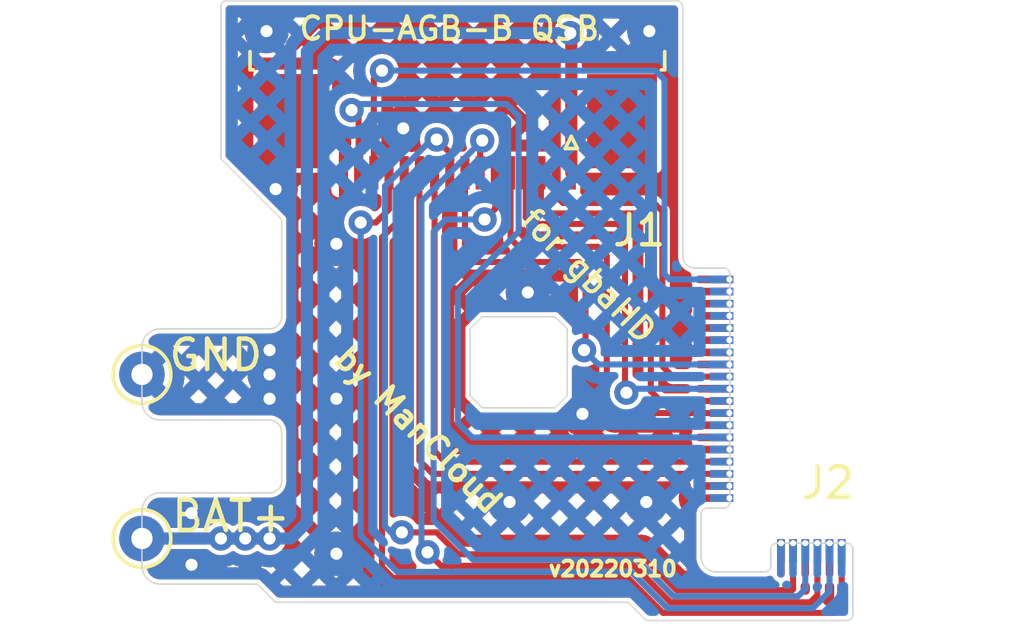
<source format=kicad_pcb>
(kicad_pcb (version 20211014) (generator pcbnew)
  (layers (0 "F.Cu" signal) (31 "B.Cu" signal) (34 "B.Paste" user) (35 "F.Paste" user) (36 "B.SilkS" user "B.Silkscreen") (37 "F.SilkS" user "F.Silkscreen") (38 "B.Mask" user) (39 "F.Mask" user) (44 "Edge.Cuts" user))
  (net 0 "")
  (net 1 "VCC")
  (net 2 "GND")
  (net 3 "/GBA_RESET")
  (net 4 "/GBA_CLK")
  (net 5 "/GBA_AUD_R")
  (net 6 "/GBA_AUD_L")
  (net 7 "/GBA_SELECT")
  (net 8 "/GBA_START")
  (net 9 "/GBA_R")
  (net 10 "/GBA_L")
  (net 11 "/GBA_B")
  (net 12 "/GBA_A")
  (net 13 "/GBA_RIGHT")
  (net 14 "/GBA_LEFT")
  (net 15 "/GBA_DOWN")
  (net 16 "/GBA_UP")
  (footprint "TestPoint:TestPoint_THTPad_D1.5mm_Drill0.7mm" (layer "F.Cu") (at 94.7316 92.7276)
    (fp_text reference "BAT+" (at 2.930299 -0.735) (layer "F.SilkS"))
    (fp_text value "Conn_01x01")
    (fp_circle (center 0 0) (end 0 0.95) (layer "F.SilkS") (width 0.12) (fill none))
    (pad "1" thru_hole circle locked (at 0 0) (size 1.5 1.5) (drill 0.7) (layers *.Cu *.Mask) (net 1 "VCC"))
  )
  (footprint "TestPoint:TestPoint_THTPad_D1.5mm_Drill0.7mm" (layer "F.Cu") (at 94.7316 87.3276)
    (fp_text reference "GND" (at 2.430299 -0.635) (layer "F.SilkS"))
    (fp_text value "Conn_01x01")
    (fp_circle (center 0 0) (end 0 0.95) (layer "F.SilkS") (width 0.12) (fill none))
    (pad "1" thru_hole circle locked (at 0 0) (size 1.5 1.5) (drill 0.7) (layers *.Cu *.Mask) (net 2 "GND"))
  )
  (footprint "Connector_FFC-FPC:TE_1-1734839-6_1x16-1MP_P0.5mm_Horizontal" (layer "F.Cu") (at 105.114 79.3408 180)
    (fp_text reference "J1" (at -5.9856 -3.2473) (layer "F.SilkS"))
    (fp_text value "Conn_01x16")
    (fp_line (start -3.95 -0.55) (end -3.75 -0.15) (layer "F.SilkS") (width 0.12))
    (fp_line (start -3.75 -0.15) (end -3.55 -0.55) (layer "F.SilkS") (width 0.12))
    (fp_line (start -3.55 -0.55) (end -3.95 -0.55) (layer "F.SilkS") (width 0.12))
    (fp_line (start -6.715 2.04) (end -6.825 2.04) (layer "F.SilkS") (width 0.12))
    (fp_line (start 6.825 2.04) (end 6.825 2.64) (layer "F.SilkS") (width 0.12))
    (fp_line (start 6.715 2.04) (end 6.825 2.04) (layer "F.SilkS") (width 0.12))
    (fp_line (start -6.825 2.04) (end -6.825 2.64) (layer "F.SilkS") (width 0.12))
    (pad "1" smd rect (at -3.75 -1.35 180) (size 0.3 1.1) (layers "F.Cu" "F.Paste" "F.Mask") (net 1 "VCC"))
    (pad "2" smd rect (at -3.25 -1.35 180) (size 0.3 1.1) (layers "F.Cu" "F.Paste" "F.Mask") (net 16 "/GBA_UP"))
    (pad "3" smd rect (at -2.75 -1.35 180) (size 0.3 1.1) (layers "F.Cu" "F.Paste" "F.Mask") (net 15 "/GBA_DOWN"))
    (pad "4" smd rect (at -2.25 -1.35 180) (size 0.3 1.1) (layers "F.Cu" "F.Paste" "F.Mask") (net 14 "/GBA_LEFT"))
    (pad "5" smd rect (at -1.75 -1.35 180) (size 0.3 1.1) (layers "F.Cu" "F.Paste" "F.Mask") (net 13 "/GBA_RIGHT"))
    (pad "6" smd rect (at -1.25 -1.35 180) (size 0.3 1.1) (layers "F.Cu" "F.Paste" "F.Mask") (net 12 "/GBA_A"))
    (pad "7" smd rect (at -0.75 -1.35 180) (size 0.3 1.1) (layers "F.Cu" "F.Paste" "F.Mask") (net 11 "/GBA_B"))
    (pad "8" smd rect (at -0.25 -1.35 180) (size 0.3 1.1) (layers "F.Cu" "F.Paste" "F.Mask") (net 10 "/GBA_L"))
    (pad "9" smd rect (at 0.25 -1.35 180) (size 0.3 1.1) (layers "F.Cu" "F.Paste" "F.Mask") (net 9 "/GBA_R"))
    (pad "10" smd rect (at 0.75 -1.35 180) (size 0.3 1.1) (layers "F.Cu" "F.Paste" "F.Mask") (net 8 "/GBA_START"))
    (pad "11" smd rect (at 1.25 -1.35 180) (size 0.3 1.1) (layers "F.Cu" "F.Paste" "F.Mask") (net 7 "/GBA_SELECT"))
    (pad "12" smd rect (at 1.75 -1.35 180) (size 0.3 1.1) (layers "F.Cu" "F.Paste" "F.Mask") (net 6 "/GBA_AUD_L"))
    (pad "13" smd rect (at 2.25 -1.35 180) (size 0.3 1.1) (layers "F.Cu" "F.Paste" "F.Mask") (net 5 "/GBA_AUD_R"))
    (pad "14" smd rect (at 2.75 -1.35 180) (size 0.3 1.1) (layers "F.Cu" "F.Paste" "F.Mask") (net 4 "/GBA_CLK"))
    (pad "15" smd rect (at 3.25 -1.35 180) (size 0.3 1.1) (layers "F.Cu" "F.Paste" "F.Mask") (net 3 "/GBA_RESET"))
    (pad "16" smd rect (at 3.75 -1.35 180) (size 0.3 1.1) (layers "F.Cu" "F.Paste" "F.Mask") (net 2 "GND"))
    (pad "MP" smd rect (at 5.42 0.35 180) (size 2.3 3.1) (layers "F.Cu" "F.Paste" "F.Mask"))
    (pad "MP" smd rect (at -5.42 0.35 180) (size 2.3 3.1) (layers "F.Cu" "F.Paste" "F.Mask"))
  )
  (footprint "Nintendo:CPU_AGB_B_Interface" (layer "F.Cu") (at 115.759959 89.84808)
    (fp_text reference "J2" (at 1.55 1.05) (layer "F.SilkS"))
    (fp_text value "CPU AGB B Interface")
    (pad "1" thru_hole rect (at 0.00438 3.03396 90) (size 0.768 0.254) (drill 0.2 (offset -0.254 0)) (layers *.Cu *.Mask))
    (pad "2" thru_hole rect (at 0.40438 3.03396 90) (size 0.768 0.254) (drill 0.2 (offset -0.254 0)) (layers *.Cu *.Mask) (net 9 "/GBA_R"))
    (pad "3" thru_hole rect (at 0.80438 3.03396 90) (size 0.768 0.254) (drill 0.2 (offset -0.254 0)) (layers *.Cu *.Mask) (net 12 "/GBA_A"))
    (pad "4" thru_hole rect (at 1.20438 3.03396 90) (size 0.768 0.254) (drill 0.2 (offset -0.254 0)) (layers *.Cu *.Mask) (net 11 "/GBA_B"))
    (pad "5" thru_hole rect (at 1.60438 3.03396 90) (size 0.768 0.254) (drill 0.2 (offset -0.254 0)) (layers *.Cu *.Mask) (net 5 "/GBA_AUD_R"))
    (pad "6" thru_hole rect (at 2.00438 3.03396 90) (size 0.768 0.254) (drill 0.2 (offset -0.254 0)) (layers *.Cu *.Mask) (net 6 "/GBA_AUD_L"))
    (pad "138" thru_hole rect (at -1.69396 -5.6485) (size 0.768 0.254) (drill 0.2 (offset -0.254 0)) (layers *.Cu *.Mask) (net 4 "/GBA_CLK"))
    (pad "139" thru_hole rect (at -1.69396 -5.2485) (size 0.768 0.254) (drill 0.2 (offset -0.254 0)) (layers *.Cu *.Mask))
    (pad "140" thru_hole rect (at -1.69396 -4.8485) (size 0.768 0.254) (drill 0.2 (offset -0.254 0)) (layers *.Cu *.Mask))
    (pad "141" thru_hole rect (at -1.69396 -4.4485) (size 0.768 0.254) (drill 0.2 (offset -0.254 0)) (layers *.Cu *.Mask))
    (pad "142" thru_hole rect (at -1.69396 -4.0485) (size 0.768 0.254) (drill 0.2 (offset -0.254 0)) (layers *.Cu *.Mask))
    (pad "143" thru_hole rect (at -1.69396 -3.6485) (size 0.768 0.254) (drill 0.2 (offset -0.254 0)) (layers *.Cu *.Mask))
    (pad "144" thru_hole rect (at -1.69396 -3.2485) (size 0.768 0.254) (drill 0.2 (offset -0.254 0)) (layers *.Cu *.Mask))
    (pad "145" thru_hole rect (at -1.69396 -2.8485) (size 0.768 0.254) (drill 0.2 (offset -0.254 0)) (layers *.Cu *.Mask) (net 10 "/GBA_L"))
    (pad "146" thru_hole rect (at -1.69396 -2.4485) (size 0.768 0.254) (drill 0.2 (offset -0.254 0)) (layers *.Cu *.Mask) (net 16 "/GBA_UP"))
    (pad "147" thru_hole rect (at -1.69396 -2.0485) (size 0.768 0.254) (drill 0.2 (offset -0.254 0)) (layers *.Cu *.Mask) (net 14 "/GBA_LEFT"))
    (pad "148" thru_hole rect (at -1.69396 -1.6485) (size 0.768 0.254) (drill 0.2 (offset -0.254 0)) (layers *.Cu *.Mask) (net 15 "/GBA_DOWN"))
    (pad "149" thru_hole rect (at -1.69396 -1.2485) (size 0.768 0.254) (drill 0.2 (offset -0.254 0)) (layers *.Cu *.Mask) (net 13 "/GBA_RIGHT"))
    (pad "150" thru_hole rect (at -1.69396 -0.8485) (size 0.768 0.254) (drill 0.2 (offset -0.254 0)) (layers *.Cu *.Mask))
    (pad "151" thru_hole rect (at -1.69396 -0.4485) (size 0.768 0.254) (drill 0.2 (offset -0.254 0)) (layers *.Cu *.Mask) (net 3 "/GBA_RESET"))
    (pad "152" thru_hole rect (at -1.69396 -0.0485) (size 0.768 0.254) (drill 0.2 (offset -0.254 0)) (layers *.Cu *.Mask))
    (pad "153" thru_hole rect (at -1.69396 0.3515) (size 0.768 0.254) (drill 0.2 (offset -0.254 0)) (layers *.Cu *.Mask) (net 8 "/GBA_START"))
    (pad "154" thru_hole rect (at -1.69396 0.7515) (size 0.768 0.254) (drill 0.2 (offset -0.254 0)) (layers *.Cu *.Mask) (net 7 "/GBA_SELECT"))
    (pad "155" thru_hole rect (at -1.69396 1.1515) (size 0.768 0.254) (drill 0.2 (offset -0.254 0)) (layers *.Cu *.Mask))
    (pad "156" thru_hole rect (at -1.69396 1.5515) (size 0.768 0.254) (drill 0.2 (offset -0.254 0)) (layers *.Cu *.Mask))
  )
  (gr_line (start 111.3316 95.4276) (end 110.7316 94.8276) (layer "Edge.Cuts") (width 0.05))
  (gr_line (start 113.1316 91.9276) (end 113.1316 93.3276) (layer "Edge.Cuts") (width 0.05))
  (gr_line (start 113.084 83.8276) (end 112.9316 83.8276) (layer "Edge.Cuts") (width 0.05))
  (gr_line (start 118.1316 93.8752) (end 118.1316 95.2276) (layer "Edge.Cuts") (width 0.05))
  (gr_line (start 117.9316 95.4276) (end 111.3316 95.4276) (layer "Edge.Cuts") (width 0.05))
  (gr_arc (start 113.6316 93.8276) (mid 113.278047 93.681153) (end 113.1316 93.3276) (layer "Edge.Cuts") (width 0.05))
  (gr_line (start 108.3316 85.4276) (end 105.9316 85.4276) (layer "Edge.Cuts") (width 0.05))
  (gr_arc (start 98.9316 88.8276) (mid 99.214443 88.944757) (end 99.3316 89.2276) (layer "Edge.Cuts") (width 0.05))
  (gr_arc (start 118.1316 95.2276) (mid 118.073021 95.369021) (end 117.9316 95.4276) (layer "Edge.Cuts") (width 0.05))
  (gr_arc (start 117.9316 92.8826) (mid 118.073021 92.941179) (end 118.1316 93.0826) (layer "Edge.Cuts") (width 0.05))
  (gr_arc (start 112.3316 75.0276) (mid 112.473021 75.086179) (end 112.5316 75.2276) (layer "Edge.Cuts") (width 0.05))
  (gr_arc (start 113.1316 91.9276) (mid 113.190179 91.786179) (end 113.3316 91.7276) (layer "Edge.Cuts") (width 0.05))
  (gr_line (start 95.3316 85.8276) (end 98.9316 85.8276) (layer "Edge.Cuts") (width 0.05))
  (gr_line (start 99.3316 85.4276) (end 99.3316 82.2276) (layer "Edge.Cuts") (width 0.05))
  (gr_arc (start 114.084 91.5276) (mid 114.025421 91.669021) (end 113.884 91.7276) (layer "Edge.Cuts") (width 0.05))
  (gr_arc (start 115.4316 93.6276) (mid 115.373021 93.769021) (end 115.2316 93.8276) (layer "Edge.Cuts") (width 0.05))
  (gr_line (start 105.9316 85.4276) (end 105.5316 85.8276) (layer "Edge.Cuts") (width 0.05))
  (gr_arc (start 113.884 83.8276) (mid 114.025421 83.886179) (end 114.084 84.0276) (layer "Edge.Cuts") (width 0.05))
  (gr_line (start 99.3316 90.8276) (end 99.3316 89.2276) (layer "Edge.Cuts") (width 0.05))
  (gr_line (start 113.3316 91.7276) (end 113.884 91.7276) (layer "Edge.Cuts") (width 0.05))
  (gr_line (start 94.7316 88.2276) (end 94.7316 86.4276) (layer "Edge.Cuts") (width 0.05))
  (gr_line (start 112.3316 75.0276) (end 97.5316 75.0276) (layer "Edge.Cuts") (width 0.05))
  (gr_arc (start 99.3316 90.8276) (mid 99.214443 91.110443) (end 98.9316 91.2276) (layer "Edge.Cuts") (width 0.05))
  (gr_line (start 98.5316 94.2276) (end 95.3316 94.2276) (layer "Edge.Cuts") (width 0.05))
  (gr_line (start 99.3316 82.2276) (end 97.3316 80.2276) (layer "Edge.Cuts") (width 0.05))
  (gr_arc (start 97.3316 75.2276) (mid 97.390179 75.086179) (end 97.5316 75.0276) (layer "Edge.Cuts") (width 0.05))
  (gr_line (start 105.9316 88.4276) (end 105.5316 88.0276) (layer "Edge.Cuts") (width 0.05))
  (gr_line (start 110.7316 94.8276) (end 99.1316 94.8276) (layer "Edge.Cuts") (width 0.05))
  (gr_line (start 95.3316 91.2276) (end 98.9316 91.2276) (layer "Edge.Cuts") (width 0.05))
  (gr_line (start 112.5316 83.4276) (end 112.5316 75.2276) (layer "Edge.Cuts") (width 0.05))
  (gr_line (start 113.884 83.8276) (end 113.084 83.8276) (layer "Edge.Cuts") (width 0.05))
  (gr_arc (start 94.7316 91.8276) (mid 94.907336 91.403336) (end 95.3316 91.2276) (layer "Edge.Cuts") (width 0.05))
  (gr_line (start 115.4316 93.6276) (end 115.4316 93.0826) (layer "Edge.Cuts") (width 0.05))
  (gr_line (start 98.9316 94.6276) (end 98.9316 94.6276) (layer "Edge.Cuts") (width 0.05))
  (gr_arc (start 95.3316 88.8276) (mid 94.907336 88.651864) (end 94.7316 88.2276) (layer "Edge.Cuts") (width 0.05))
  (gr_line (start 114.084 84.0276) (end 114.084 91.5276) (layer "Edge.Cuts") (width 0.05))
  (gr_line (start 105.9316 88.4276) (end 108.3316 88.4276) (layer "Edge.Cuts") (width 0.05))
  (gr_line (start 108.7316 85.8276) (end 108.3316 85.4276) (layer "Edge.Cuts") (width 0.05))
  (gr_line (start 108.3316 88.4276) (end 108.7316 88.0276) (layer "Edge.Cuts") (width 0.05))
  (gr_arc (start 94.7316 86.4276) (mid 94.907336 86.003336) (end 95.3316 85.8276) (layer "Edge.Cuts") (width 0.05))
  (gr_line (start 99.1316 94.8276) (end 98.9316 94.6276) (layer "Edge.Cuts") (width 0.05))
  (gr_line (start 108.7316 88.0276) (end 108.7316 85.8276) (layer "Edge.Cuts") (width 0.05))
  (gr_line (start 94.7316 91.8276) (end 94.7316 93.6276) (layer "Edge.Cuts") (width 0.05))
  (gr_line (start 98.9316 88.8276) (end 95.3316 88.8276) (layer "Edge.Cuts") (width 0.05))
  (gr_line (start 117.9316 92.8826) (end 115.6316 92.8826) (layer "Edge.Cuts") (width 0.05))
  (gr_line (start 118.1316 93.8752) (end 118.1316 93.0826) (layer "Edge.Cuts") (width 0.05))
  (gr_line (start 105.5316 85.8276) (end 105.5316 88.0276) (layer "Edge.Cuts") (width 0.05))
  (gr_arc (start 95.3316 94.2276) (mid 94.907336 94.051864) (end 94.7316 93.6276) (layer "Edge.Cuts") (width 0.05))
  (gr_line (start 113.6316 93.8276) (end 115.2316 93.8276) (layer "Edge.Cuts") (width 0.05))
  (gr_line (start 98.9316 94.6276) (end 98.5316 94.2276) (layer "Edge.Cuts") (width 0.05))
  (gr_arc (start 112.9316 83.8276) (mid 112.648757 83.710443) (end 112.5316 83.4276) (layer "Edge.Cuts") (width 0.05))
  (gr_arc (start 115.4316 93.0826) (mid 115.490179 92.941179) (end 115.6316 92.8826) (layer "Edge.Cuts") (width 0.05))
  (gr_arc (start 99.3316 85.4276) (mid 99.214443 85.710443) (end 98.9316 85.8276) (layer "Edge.Cuts") (width 0.05))
  (gr_line (start 97.3316 80.2276) (end 97.3316 75.2276) (layer "Edge.Cuts") (width 0.05))
  (gr_text "by ManCloud" (at 103.833899 89.1526 315) (layer "F.SilkS") (effects (font (size 0.75 0.75))))
  (gr_text "for gbaHD" (at 109.421899 84.0726 315) (layer "F.SilkS") (effects (font (size 0.75 0.75) (thickness 0.125))))
  (gr_text "CPU-AGB-B QSB" (at 104.849899 75.9446) (layer "F.SilkS") (effects (font (size 0.75 0.75) (thickness 0.125))))
  (gr_text "v20220310" (at 110.2316 93.7276) (layer "F.SilkS") (effects (font (size 0.5 0.5) (thickness 0.125))))
  (segment (start 114.065999 91.39958) (end 113.072039 91.39958) (width 0.25) (layer "F.Cu") (net 0))
  (segment (start 114.065999 84.59958) (end 113.072039 84.59958) (width 0.25) (layer "F.Cu") (net 0))
  (segment (start 114.065999 86.59958) (end 113.072039 86.59958) (width 0.25) (layer "F.Cu") (net 0))
  (segment (start 114.065999 85.79958) (end 113.072039 85.79958) (width 0.25) (layer "F.Cu") (net 0))
  (segment (start 115.764339 92.88204) (end 115.764339 93.8926) (width 0.25) (layer "F.Cu") (net 0))
  (segment (start 114.065999 90.99958) (end 113.072039 90.99958) (width 0.25) (layer "F.Cu") (net 0))
  (segment (start 114.065999 88.99958) (end 113.072039 88.99958) (width 0.25) (layer "F.Cu") (net 0))
  (segment (start 114.065999 86.19958) (end 113.072039 86.19958) (width 0.25) (layer "F.Cu") (net 0))
  (segment (start 114.065999 85.39958) (end 113.072039 85.39958) (width 0.25) (layer "F.Cu") (net 0))
  (segment (start 114.065999 84.99958) (end 113.072039 84.99958) (width 0.25) (layer "F.Cu") (net 0))
  (segment (start 114.065999 89.79958) (end 113.072039 89.79958) (width 0.25) (layer "F.Cu") (net 0))
  (segment (start 115.759717 92.879624) (end 115.759717 93.890184) (width 0.25) (layer "B.Cu") (net 0))
  (segment (start 97.3316 92.7276) (end 94.95612 92.7276) (width 0.4) (layer "F.Cu") (net 1))
  (segment (start 98.9316 92.7276) (end 97.3316 92.7276) (width 0.4) (layer "F.Cu") (net 1))
  (segment (start 108.8316 76.0926) (end 108.864 76.125) (width 0.4) (layer "F.Cu") (net 1))
  (segment (start 108.864 76.125) (end 108.864 80.6908) (width 0.4) (layer "F.Cu") (net 1))
  (via (at 97.3316 92.7276) (size 0.8) (drill 0.4) (layers "F.Cu" "B.Cu") (net 1))
  (via (at 108.8316 76.0926) (size 0.8) (drill 0.4) (layers "F.Cu" "B.Cu") (net 1))
  (via (at 98.9316 92.7276) (size 0.8) (drill 0.4) (layers "F.Cu" "B.Cu") (net 1))
  (via (at 98.1316 92.7276) (size 0.8) (drill 0.4) (layers "F.Cu" "B.Cu") (net 1))
  (segment (start 100.161899 92.1926) (end 99.626899 92.7276) (width 0.4) (layer "B.Cu") (net 1))
  (segment (start 108.8316 76.0926) (end 100.7666 76.0926) (width 0.4) (layer "B.Cu") (net 1))
  (segment (start 98.1316 92.7276) (end 94.95612 92.7276) (width 0.4) (layer "B.Cu") (net 1))
  (segment (start 99.626899 92.7276) (end 98.1316 92.7276) (width 0.4) (layer "B.Cu") (net 1))
  (segment (start 100.7666 76.0926) (end 100.161899 76.697301) (width 0.4) (layer "B.Cu") (net 1))
  (segment (start 100.161899 76.697301) (end 100.161899 92.1926) (width 0.4) (layer "B.Cu") (net 1))
  (segment (start 95.155503 87.7276) (end 94.880023 87.45212) (width 0.2) (layer "F.Cu") (net 2))
  (segment (start 94.880023 87.45212) (end 94.880023 87.3276) (width 0.2) (layer "F.Cu") (net 2))
  (segment (start 95.155503 86.9276) (end 94.880023 87.20308) (width 0.2) (layer "F.Cu") (net 2))
  (segment (start 94.880023 87.20308) (end 94.880023 87.3276) (width 0.2) (layer "F.Cu") (net 2))
  (via (at 106.8316 91.5276) (size 0.8) (drill 0.4) (layers "F.Cu" "B.Cu") (net 2))
  (via (at 109.2316 88.6276) (size 0.8) (drill 0.4) (layers "F.Cu" "B.Cu") (net 2))
  (via (at 107.4316 84.6276) (size 0.8) (drill 0.4) (layers "F.Cu" "B.Cu") (net 2))
  (via (at 101.1316 88.1276) (size 0.8) (drill 0.4) (layers "F.Cu" "B.Cu") (net 2))
  (via (at 111.4316 76.0276) (size 0.8) (drill 0.4) (layers "F.Cu" "B.Cu") (net 2))
  (via (at 98.9316 86.5276) (size 0.8) (drill 0.4) (layers "F.Cu" "B.Cu") (net 2))
  (via (at 103.3316 79.2276) (size 0.8) (drill 0.4) (layers "F.Cu" "B.Cu") (net 2))
  (via (at 101.1316 83.0276) (size 0.8) (drill 0.4) (layers "F.Cu" "B.Cu") (net 2))
  (via (at 98.9316 88.1276) (size 0.8) (drill 0.4) (layers "F.Cu" "B.Cu") (net 2))
  (via (at 99.1316 81.2276) (size 0.8) (drill 0.4) (layers "F.Cu" "B.Cu") (net 2))
  (via (at 96.361899 93.5926) (size 0.8) (drill 0.4) (layers "F.Cu" "B.Cu") (net 2))
  (via (at 101.1316 93.2276) (size 0.8) (drill 0.4) (layers "F.Cu" "B.Cu") (net 2))
  (via (at 96.361899 91.8926) (size 0.8) (drill 0.4) (layers "F.Cu" "B.Cu") (net 2))
  (via (at 111.3316 91.5276) (size 0.8) (drill 0.4) (layers "F.Cu" "B.Cu") (net 2))
  (via (at 98.9316 87.3276) (size 0.8) (drill 0.4) (layers "F.Cu" "B.Cu") (net 2))
  (via (at 98.8316 76.0276) (size 0.8) (drill 0.4) (layers "F.Cu" "B.Cu") (net 2))
  (segment (start 95.155503 86.9276) (end 94.880023 87.20308) (width 0.2) (layer "B.Cu") (net 2))
  (segment (start 95.280023 87.7276) (end 94.880023 87.3276) (width 0.2) (layer "B.Cu") (net 2))
  (segment (start 94.880023 87.20308) (end 94.880023 87.3276) (width 0.2) (layer "B.Cu") (net 2))
  (segment (start 114.065999 89.39958) (end 113.072039 89.39958) (width 0.25) (layer "F.Cu") (net 3))
  (segment (start 101.864 78.86) (end 101.864 80.6908) (width 0.2) (layer "F.Cu") (net 3))
  (segment (start 101.6316 78.6276) (end 101.864 78.86) (width 0.2) (layer "F.Cu") (net 3))
  (via (at 101.6316 78.6276) (size 0.8) (drill 0.4) (layers "F.Cu" "B.Cu") (net 3))
  (segment (start 101.6316 78.6276) (end 101.8316 78.4276) (width 0.2) (layer "B.Cu") (net 3))
  (segment (start 101.8316 78.4276) (end 106.7316 78.4276) (width 0.2) (layer "B.Cu") (net 3))
  (segment (start 106.7316 78.4276) (end 107.1316 78.8276) (width 0.2) (layer "B.Cu") (net 3))
  (segment (start 107.1316 82.6276) (end 105.1316 84.6276) (width 0.2) (layer "B.Cu") (net 3))
  (segment (start 105.1316 88.9276) (end 105.60358 89.39958) (width 0.2) (layer "B.Cu") (net 3))
  (segment (start 107.1316 78.8276) (end 107.1316 82.6276) (width 0.2) (layer "B.Cu") (net 3))
  (segment (start 105.60358 89.39958) (end 113.565999 89.39958) (width 0.2) (layer "B.Cu") (net 3))
  (segment (start 105.1316 84.6276) (end 105.1316 88.9276) (width 0.2) (layer "B.Cu") (net 3))
  (segment (start 114.065999 84.19958) (end 113.072039 84.19958) (width 0.25) (layer "F.Cu") (net 4))
  (segment (start 102.364 77.5952) (end 102.364 80.6908) (width 0.2) (layer "F.Cu") (net 4))
  (segment (start 102.6316 77.3276) (end 102.364 77.5952) (width 0.2) (layer "F.Cu") (net 4))
  (via (at 102.6316 77.3276) (size 0.8) (drill 0.4) (layers "F.Cu" "B.Cu") (net 4))
  (segment (start 111.9316 84.0276) (end 112.10358 84.19958) (width 0.2) (layer "B.Cu") (net 4))
  (segment (start 102.6316 77.3276) (end 111.6316 77.3276) (width 0.2) (layer "B.Cu") (net 4))
  (segment (start 112.10358 84.19958) (end 113.715999 84.19958) (width 0.2) (layer "B.Cu") (net 4))
  (segment (start 111.9316 77.6276) (end 111.9316 84.0276) (width 0.2) (layer "B.Cu") (net 4))
  (segment (start 111.6316 77.3276) (end 111.9316 77.6276) (width 0.2) (layer "B.Cu") (net 4))
  (segment (start 102.4316 82.3276) (end 102.864 81.8952) (width 0.2) (layer "F.Cu") (net 5))
  (segment (start 101.9316 82.3276) (end 102.4316 82.3276) (width 0.2) (layer "F.Cu") (net 5))
  (segment (start 102.864 81.8952) (end 102.864 80.6908) (width 0.2) (layer "F.Cu") (net 5))
  (segment (start 117.364339 92.88204) (end 117.364339 93.8926) (width 0.25) (layer "F.Cu") (net 5))
  (via (at 101.9316 82.3276) (size 0.8) (drill 0.4) (layers "F.Cu" "B.Cu") (net 5))
  (segment (start 101.9316 82.3276) (end 101.9316 92.6276) (width 0.2) (layer "B.Cu") (net 5))
  (segment (start 116.807801 95.0276) (end 117.364339 94.471062) (width 0.2) (layer "B.Cu") (net 5))
  (segment (start 110.837246 93.8276) (end 112.037246 95.0276) (width 0.2) (layer "B.Cu") (net 5))
  (segment (start 117.364339 94.471062) (end 117.364339 93.4001) (width 0.2) (layer "B.Cu") (net 5))
  (segment (start 101.9316 92.6276) (end 103.1316 93.8276) (width 0.2) (layer "B.Cu") (net 5))
  (segment (start 112.037246 95.0276) (end 116.807801 95.0276) (width 0.2) (layer "B.Cu") (net 5))
  (segment (start 103.1316 93.8276) (end 110.837246 93.8276) (width 0.2) (layer "B.Cu") (net 5))
  (segment (start 103.364 80.6908) (end 103.364 82.08391) (width 0.2) (layer "F.Cu") (net 6))
  (segment (start 111.87968 95.17568) (end 117.58352 95.17568) (width 0.2) (layer "F.Cu") (net 6))
  (segment (start 117.58352 95.17568) (end 117.764339 94.994861) (width 0.2) (layer "F.Cu") (net 6))
  (segment (start 110.7316 94.0276) (end 111.87968 95.17568) (width 0.2) (layer "F.Cu") (net 6))
  (segment (start 117.764339 94.994861) (end 117.764339 93.2501) (width 0.2) (layer "F.Cu") (net 6))
  (segment (start 102.996899 94.0276) (end 110.7316 94.0276) (width 0.2) (layer "F.Cu") (net 6))
  (segment (start 102.6316 93.662301) (end 102.996899 94.0276) (width 0.2) (layer "F.Cu") (net 6))
  (segment (start 102.6316 82.81631) (end 102.6316 93.662301) (width 0.2) (layer "F.Cu") (net 6))
  (segment (start 103.364 82.08391) (end 102.6316 82.81631) (width 0.2) (layer "F.Cu") (net 6))
  (segment (start 117.761899 92.88204) (end 117.761899 93.8926) (width 0.25) (layer "B.Cu") (net 6))
  (segment (start 103.864 80.6908) (end 103.864 90.16) (width 0.2) (layer "F.Cu") (net 7))
  (segment (start 104.30358 90.59958) (end 113.715999 90.59958) (width 0.2) (layer "F.Cu") (net 7))
  (segment (start 103.864 90.16) (end 104.30358 90.59958) (width 0.2) (layer "F.Cu") (net 7))
  (segment (start 104.364 89.86) (end 104.70358 90.19958) (width 0.2) (layer "F.Cu") (net 8))
  (segment (start 104.364 80.6908) (end 104.364 89.86) (width 0.2) (layer "F.Cu") (net 8))
  (segment (start 104.70358 90.19958) (end 113.565999 90.19958) (width 0.2) (layer "F.Cu") (net 8))
  (segment (start 116.1316 94.4276) (end 112.3316 94.4276) (width 0.2) (layer "F.Cu") (net 9))
  (segment (start 112.3316 94.4276) (end 111.1504 93.2464) (width 0.2) (layer "F.Cu") (net 9))
  (segment (start 104.4316 92.5276) (end 103.28605 92.5276) (width 0.2) (layer "F.Cu") (net 9))
  (segment (start 116.164339 94.394861) (end 116.1316 94.4276) (width 0.2) (layer "F.Cu") (net 9))
  (segment (start 104.864 80.027648) (end 104.864 80.6908) (width 0.2) (layer "F.Cu") (net 9))
  (segment (start 116.164339 93.2501) (end 116.164339 94.394861) (width 0.2) (layer "F.Cu") (net 9))
  (segment (start 105.1504 93.2464) (end 104.4316 92.5276) (width 0.2) (layer "F.Cu") (net 9))
  (segment (start 104.4316 79.595248) (end 104.864 80.027648) (width 0.2) (layer "F.Cu") (net 9))
  (segment (start 111.1504 93.2464) (end 105.1504 93.2464) (width 0.2) (layer "F.Cu") (net 9))
  (via (at 104.4316 79.595248) (size 0.8) (drill 0.4) (layers "F.Cu" "B.Cu") (net 9))
  (via (at 103.28605 92.5276) (size 0.8) (drill 0.4) (layers "F.Cu" "B.Cu") (net 9))
  (segment (start 102.7316 81.1276) (end 102.7316 92.3276) (width 0.2) (layer "B.Cu") (net 9))
  (segment (start 102.7316 92.3276) (end 102.9316 92.5276) (width 0.2) (layer "B.Cu") (net 9))
  (segment (start 104.263952 79.595248) (end 102.7316 81.1276) (width 0.2) (layer "B.Cu") (net 9))
  (segment (start 104.4316 79.595248) (end 104.263952 79.595248) (width 0.2) (layer "B.Cu") (net 9))
  (segment (start 102.9316 92.5276) (end 103.28605 92.5276) (width 0.2) (layer "B.Cu") (net 9))
  (segment (start 116.161899 92.88204) (end 116.161899 93.8926) (width 0.25) (layer "B.Cu") (net 9))
  (segment (start 105.364 83.36) (end 105.364 80.732) (width 0.2) (layer "F.Cu") (net 10))
  (segment (start 105.6316 83.6276) (end 105.364 83.36) (width 0.2) (layer "F.Cu") (net 10))
  (segment (start 109.3316 86.4795) (end 109.3316 83.8276) (width 0.2) (layer "F.Cu") (net 10))
  (segment (start 109.3316 83.8276) (end 109.1316 83.6276) (width 0.2) (layer "F.Cu") (net 10))
  (segment (start 109.2835 86.5276) (end 109.3316 86.4795) (width 0.2) (layer "F.Cu") (net 10))
  (segment (start 114.065999 86.99958) (end 113.072039 86.99958) (width 0.25) (layer "F.Cu") (net 10))
  (segment (start 109.1316 83.6276) (end 105.6316 83.6276) (width 0.2) (layer "F.Cu") (net 10))
  (via (at 109.2835 86.5276) (size 0.8) (drill 0.4) (layers "F.Cu" "B.Cu") (net 10))
  (segment (start 109.2835 86.5276) (end 109.75548 86.99958) (width 0.2) (layer "B.Cu") (net 10))
  (segment (start 109.75548 86.99958) (end 113.565999 86.99958) (width 0.2) (layer "B.Cu") (net 10))
  (segment (start 116.7316 94.8276) (end 116.964339 94.594861) (width 0.2) (layer "F.Cu") (net 11))
  (segment (start 116.964339 94.594861) (end 116.964339 93.2501) (width 0.2) (layer "F.Cu") (net 11))
  (segment (start 104.950641 93.6276) (end 110.9316 93.6276) (width 0.2) (layer "F.Cu") (net 11))
  (segment (start 104.950641 93.6276) (end 104.57715 93.6276) (width 0.2) (layer "F.Cu") (net 11))
  (segment (start 105.864 79.6952) (end 105.864 80.6908) (width 0.2) (layer "F.Cu") (net 11))
  (segment (start 104.57715 93.6276) (end 104.1316 93.18205) (width 0.2) (layer "F.Cu") (net 11))
  (segment (start 110.9316 93.6276) (end 112.1316 94.8276) (width 0.2) (layer "F.Cu") (net 11))
  (segment (start 105.9316 79.6276) (end 105.864 79.6952) (width 0.2) (layer "F.Cu") (net 11))
  (segment (start 112.1316 94.8276) (end 116.7316 94.8276) (width 0.2) (layer "F.Cu") (net 11))
  (via (at 105.9316 79.6276) (size 0.8) (drill 0.4) (layers "F.Cu" "B.Cu") (net 11))
  (via (at 104.1316 93.18205) (size 0.8) (drill 0.4) (layers "F.Cu" "B.Cu") (net 11))
  (segment (start 104.1316 93.18205) (end 103.9316 92.98205) (width 0.2) (layer "B.Cu") (net 11))
  (segment (start 103.9316 92.98205) (end 103.9316 81.6276) (width 0.2) (layer "B.Cu") (net 11))
  (segment (start 116.961899 92.88204) (end 116.961899 93.8926) (width 0.25) (layer "B.Cu") (net 11))
  (segment (start 103.9316 81.6276) (end 105.9316 79.6276) (width 0.2) (layer "B.Cu") (net 11))
  (segment (start 106.364 81.87315) (end 106.364 80.6908) (width 0.2) (layer "F.Cu") (net 12))
  (segment (start 106.00955 82.2276) (end 106.364 81.87315) (width 0.2) (layer "F.Cu") (net 12))
  (segment (start 116.564339 92.88204) (end 116.564339 93.8926) (width 0.25) (layer "F.Cu") (net 12))
  (via (at 106.00955 82.2276) (size 0.8) (drill 0.4) (layers "F.Cu" "B.Cu") (net 12))
  (segment (start 104.3316 92.1276) (end 105.6316 93.4276) (width 0.2) (layer "B.Cu") (net 12))
  (segment (start 106.00955 82.2276) (end 104.7316 82.2276) (width 0.2) (layer "B.Cu") (net 12))
  (segment (start 111.0316 93.4276) (end 112.2316 94.6276) (width 0.2) (layer "B.Cu") (net 12))
  (segment (start 104.3316 82.6276) (end 104.3316 92.1276) (width 0.2) (layer "B.Cu") (net 12))
  (segment (start 104.7316 82.2276) (end 104.3316 82.6276) (width 0.2) (layer "B.Cu") (net 12))
  (segment (start 112.2316 94.6276) (end 116.3316 94.6276) (width 0.2) (layer "B.Cu") (net 12))
  (segment (start 116.56625 94.39295) (end 116.56625 93.14592) (width 0.2) (layer "B.Cu") (net 12))
  (segment (start 116.3316 94.6276) (end 116.56625 94.39295) (width 0.2) (layer "B.Cu") (net 12))
  (segment (start 116.56625 93.14592) (end 116.564339 93.14592) (width 0.2) (layer "B.Cu") (net 12))
  (segment (start 105.6316 93.4276) (end 111.0316 93.4276) (width 0.2) (layer "B.Cu") (net 12))
  (segment (start 106.864 80.6908) (end 106.864 82.86) (width 0.2) (layer "F.Cu") (net 13))
  (segment (start 109.731589 83.1276) (end 110.031589 83.4276) (width 0.2) (layer "F.Cu") (net 13))
  (segment (start 110.031589 88.327589) (end 110.30358 88.59958) (width 0.2) (layer "F.Cu") (net 13))
  (segment (start 110.30358 88.59958) (end 113.565999 88.59958) (width 0.2) (layer "F.Cu") (net 13))
  (segment (start 106.864 82.86) (end 107.1316 83.1276) (width 0.2) (layer "F.Cu") (net 13))
  (segment (start 110.031589 83.4276) (end 110.031589 88.327589) (width 0.2) (layer "F.Cu") (net 13))
  (segment (start 107.1316 83.1276) (end 109.731589 83.1276) (width 0.2) (layer "F.Cu") (net 13))
  (segment (start 107.364 82.16) (end 107.364 80.6908) (width 0.2) (layer "F.Cu") (net 14))
  (segment (start 114.065999 87.79958) (end 113.072039 87.79958) (width 0.25) (layer "F.Cu") (net 14))
  (segment (start 110.6316 82.6276) (end 110.37717 82.37317) (width 0.2) (layer "F.Cu") (net 14))
  (segment (start 110.37717 82.37317) (end 107.57717 82.37317) (width 0.2) (layer "F.Cu") (net 14))
  (segment (start 110.6316 87.88205) (end 110.6316 82.6276) (width 0.2) (layer "F.Cu") (net 14))
  (segment (start 107.57717 82.37317) (end 107.364 82.16) (width 0.2) (layer "F.Cu") (net 14))
  (segment (start 110.67715 87.9276) (end 110.6316 87.88205) (width 0.2) (layer "F.Cu") (net 14))
  (via (at 110.67715 87.9276) (size 0.8) (drill 0.4) (layers "F.Cu" "B.Cu") (net 14))
  (segment (start 110.80517 87.79958) (end 113.565999 87.79958) (width 0.2) (layer "B.Cu") (net 14))
  (segment (start 110.67715 87.9276) (end 110.80517 87.79958) (width 0.2) (layer "B.Cu") (net 14))
  (segment (start 111.2316 82.0276) (end 111.4806 82.2766) (width 0.2) (layer "F.Cu") (net 15))
  (segment (start 107.864 81.76) (end 108.1316 82.0276) (width 0.2) (layer "F.Cu") (net 15))
  (segment (start 111.80358 88.19958) (end 113.715999 88.19958) (width 0.2) (layer "F.Cu") (net 15))
  (segment (start 111.4806 82.2766) (end 111.4806 87.8766) (width 0.2) (layer "F.Cu") (net 15))
  (segment (start 108.1316 82.0276) (end 111.2316 82.0276) (width 0.2) (layer "F.Cu") (net 15))
  (segment (start 107.864 80.6908) (end 107.864 81.76) (width 0.2) (layer "F.Cu") (net 15))
  (segment (start 111.4806 87.8766) (end 111.80358 88.19958) (width 0.2) (layer "F.Cu") (net 15))
  (segment (start 108.58603 81.68203) (end 111.58603 81.68203) (width 0.2) (layer "F.Cu") (net 16))
  (segment (start 111.8616 87.0576) (end 112.20358 87.39958) (width 0.2) (layer "F.Cu") (net 16))
  (segment (start 111.8616 81.9576) (end 111.8616 87.0576) (width 0.2) (layer "F.Cu") (net 16))
  (segment (start 108.364 80.6908) (end 108.364 81.46) (width 0.2) (layer "F.Cu") (net 16))
  (segment (start 108.364 81.46) (end 108.58603 81.68203) (width 0.2) (layer "F.Cu") (net 16))
  (segment (start 111.58603 81.68203) (end 111.8616 81.9576) (width 0.2) (layer "F.Cu") (net 16))
  (segment (start 112.20358 87.39958) (end 113.715999 87.39958) (width 0.2) (layer "F.Cu") (net 16))
  (zone (net 2) (net_name "GND") (layers F&B.Cu) (connect_pads (clearance 0.128)) (min_thickness 0.254) (fill yes (mode hatch) (thermal_gap 0.254) (thermal_bridge_width 0.508) (island_removal_mode 1) (island_area_min 0) (hatch_thickness 0.4) (hatch_gap 0.4) (hatch_orientation 45) (hatch_border_algorithm hatch_thickness) (hatch_min_hole_area 0.3))
    (polygon (pts (xy 112.5684 83.8464) (xy 113.8684 83.8464) (xy 113.8684 93.0464) (xy 118.1316 93.0464) (xy 118.1316 95.8276) (xy 111.7316 95.8276) (xy 110.7316 94.8276) (xy 94.7316 94.8276) (xy 94.7316 75.0276) (xy 112.5684 75.096918)))
  )
)
</source>
